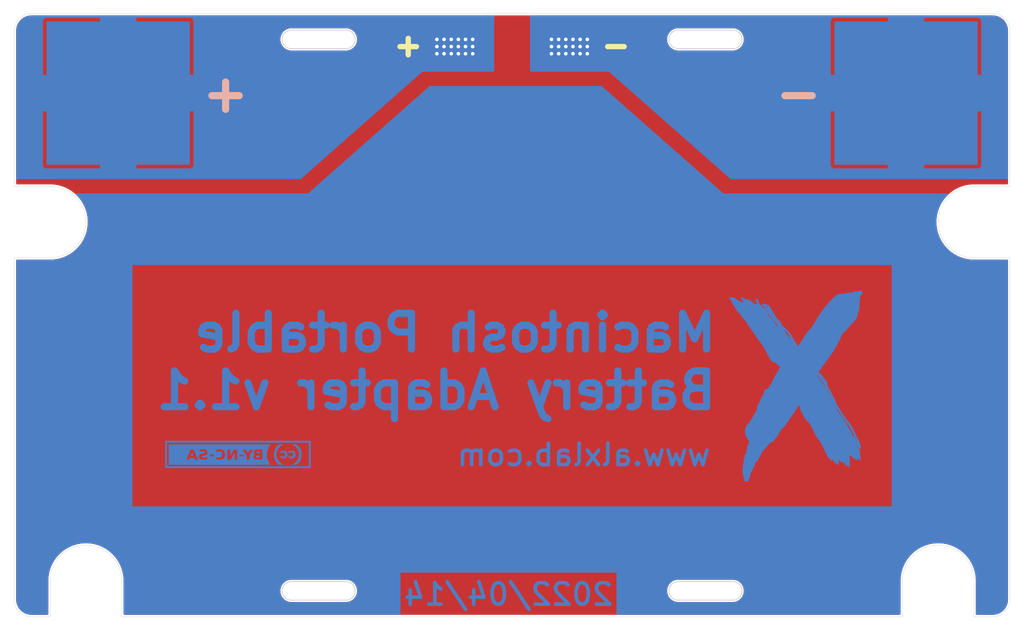
<source format=kicad_pcb>
(kicad_pcb (version 20211014) (generator pcbnew)
  (layers (0 "F.Cu" signal) (31 "B.Cu" signal) (34 "B.Paste" user) (35 "F.Paste" user) (36 "B.SilkS" user "B.Silkscreen") (37 "F.SilkS" user "F.Silkscreen") (38 "B.Mask" user) (39 "F.Mask" user) (44 "Edge.Cuts" user))
  (net 0 "")
  (net 1 "Net-(BT1-Pad2)")
  (net 2 "Net-(BT1-Pad1)")
  (footprint "project:Macintosh_Portable_Battery_Wire_Pads" (layer "F.Cu") (at 139.5 64)
    (fp_text reference "J1" hide)
    (fp_text value "Conn_01x02_Female")
  )
  (footprint "project:Macintosh_Portable_Battery_Contacts" (layer "F.Cu") (at 139.5 62)
    (fp_text reference "BT1" hide)
    (fp_text value "Macintosh_Portable_Battery")
  )
  (footprint "project:Macintosh_Portable_Battery_Case_Hole" (layer "F.Cu") (at 166.5 64.5)
    (fp_text reference "A2" hide)
    (fp_text value "Macintosh_Portable_Battery_Case_Hole")
    (fp_line (start -3.8 -1.3) (end 3.8 -1.3) (layer "Edge.Cuts") (width 0.12))
    (fp_line (start 3.8 1.3) (end -3.8 1.3) (layer "Edge.Cuts") (width 0.12))
    (fp_arc (start -3.8 1.3) (mid -5.1 0) (end -3.8 -1.3) (layer "Edge.Cuts") (width 0.12))
    (fp_arc (start 3.8 -1.3) (mid 5.1 0) (end 3.8 1.3) (layer "Edge.Cuts") (width 0.12))
  )
  (footprint "project:Macintosh_Portable_Battery_Case_Hole" (layer "F.Cu") (at 112.5 64.5)
    (fp_text reference "A1" hide)
    (fp_text value "Macintosh_Portable_Battery_Case_Hole")
    (fp_line (start 3.8 1.3) (end -3.8 1.3) (layer "Edge.Cuts") (width 0.12))
    (fp_line (start -3.8 -1.3) (end 3.8 -1.3) (layer "Edge.Cuts") (width 0.12))
    (fp_arc (start -3.8 1.3) (mid -5.1 0) (end -3.8 -1.3) (layer "Edge.Cuts") (width 0.12))
    (fp_arc (start 3.8 -1.3) (mid 5.1 0) (end 3.8 1.3) (layer "Edge.Cuts") (width 0.12))
  )
  (footprint "project:Macintosh_Portable_Battery_Case_Hole" (layer "F.Cu") (at 112.5 141.5)
    (fp_text reference "A3" hide)
    (fp_text value "Macintosh_Portable_Battery_Case_Hole")
    (fp_line (start -3.8 -1.3) (end 3.8 -1.3) (layer "Edge.Cuts") (width 0.12))
    (fp_line (start 3.8 1.3) (end -3.8 1.3) (layer "Edge.Cuts") (width 0.12))
    (fp_arc (start -3.8 1.3) (mid -5.1 0) (end -3.8 -1.3) (layer "Edge.Cuts") (width 0.12))
    (fp_arc (start 3.8 -1.3) (mid 5.1 0) (end 3.8 1.3) (layer "Edge.Cuts") (width 0.12))
  )
  (footprint "project:Macintosh_Portable_Battery_Case_Hole" (layer "F.Cu") (at 166.5 141.5)
    (fp_text reference "A4" hide)
    (fp_text value "Macintosh_Portable_Battery_Case_Hole")
    (fp_line (start 3.8 1.3) (end -3.8 1.3) (layer "Edge.Cuts") (width 0.12))
    (fp_line (start -3.8 -1.3) (end 3.8 -1.3) (layer "Edge.Cuts") (width 0.12))
    (fp_arc (start 3.8 -1.3) (mid 5.1 0) (end 3.8 1.3) (layer "Edge.Cuts") (width 0.12))
    (fp_arc (start -3.8 1.3) (mid -5.1 0) (end -3.8 -1.3) (layer "Edge.Cuts") (width 0.12))
  )
  (footprint "project:cc_by_nc_sa_small_front_20mm_copper_mask" (layer "B.Cu") (at 101.219 122.428 180)
    (fp_text reference "G***" hide)
    (fp_text value "LOGO" hide)
  )
  (footprint "project:logo_front_mask_35mm_copper_mask" (layer "B.Cu") (at 179.451 112.395 180)
    (fp_text reference "G***" hide)
    (fp_text value "LOGO" hide)
  )
  (gr_line (start 70 142.7) (end 70 95) (layer "Edge.Cuts") (width 0.05))
  (gr_line (start 70 85) (end 70 63.297056) (layer "Edge.Cuts") (width 0.05))
  (gr_line (start 209 95) (end 209 142.7) (layer "Edge.Cuts") (width 0.05))
  (gr_line (start 194 145.1) (end 85 145.1) (layer "Edge.Cuts") (width 0.05))
  (gr_line (start 75 145.1) (end 72.4 145.1) (layer "Edge.Cuts") (width 0.05))
  (gr_line (start 204 95) (end 209 95) (layer "Edge.Cuts") (width 0.05))
  (gr_arc (start 204 95) (mid 199 90) (end 204 85) (layer "Edge.Cuts") (width 0.05))
  (gr_line (start 204 140.1) (end 204 145.1) (layer "Edge.Cuts") (width 0.05))
  (gr_arc (start 75 85) (mid 80 90) (end 75 95) (layer "Edge.Cuts") (width 0.05))
  (gr_line (start 204 85) (end 209 85) (layer "Edge.Cuts") (width 0.05))
  (gr_arc (start 206.6 60.897056) (mid 208.297056 61.6) (end 209 63.297056) (layer "Edge.Cuts") (width 0.05))
  (gr_arc (start 70 63.297056) (mid 70.702944 61.6) (end 72.4 60.897056) (layer "Edge.Cuts") (width 0.05))
  (gr_line (start 75 140.1) (end 75 145.1) (layer "Edge.Cuts") (width 0.05))
  (gr_arc (start 72.4 145.1) (mid 70.702944 144.397056) (end 70 142.7) (layer "Edge.Cuts") (width 0.05))
  (gr_line (start 72.4 60.897056) (end 206.6 60.897056) (layer "Edge.Cuts") (width 0.05))
  (gr_line (start 206.6 145.1) (end 204 145.1) (layer "Edge.Cuts") (width 0.05))
  (gr_line (start 85 140.1) (end 85 145.1) (layer "Edge.Cuts") (width 0.05))
  (gr_arc (start 194 140.1) (mid 199 135.1) (end 204 140.1) (layer "Edge.Cuts") (width 0.05))
  (gr_arc (start 75 140.1) (mid 80 135.1) (end 85 140.1) (layer "Edge.Cuts") (width 0.05))
  (gr_line (start 75 85) (end 70 85) (layer "Edge.Cuts") (width 0.05))
  (gr_arc (start 209 142.7) (mid 208.297056 144.397056) (end 206.6 145.1) (layer "Edge.Cuts") (width 0.05))
  (gr_line (start 209 63.297056) (end 209 85) (layer "Edge.Cuts") (width 0.05))
  (gr_line (start 194 140.1) (end 194 145.1) (layer "Edge.Cuts") (width 0.05))
  (gr_line (start 75 95) (end 70 95) (layer "Edge.Cuts") (width 0.05))
  (gr_text "Macintosh Portable\nBattery Adapter v1.1" (at 168.5 109.5) (layer "B.Cu") (effects (font (size 5 5) (thickness 1)) (justify left mirror)))
  (gr_text "www.alxlab.com" (at 149.5 122.5) (layer "B.Cu") (effects (font (size 3 3) (thickness 0.5)) (justify mirror)))
  (gr_text "2022/04/14" (at 139 142) (layer "B.Cu") (effects (font (size 3 3) (thickness 0.5)) (justify mirror)))
  (gr_text "+" (at 125 65.3) (layer "F.SilkS") (effects (font (size 3 3) (thickness 0.75)) (justify mirror)))
  (gr_text "-" (at 154 65.3) (layer "F.SilkS") (effects (font (size 3 3) (thickness 0.75)) (justify mirror)))
  (via (at 147 65.5) (size 0.8) (drill 0.5) (layers "F.Cu" "B.Cu") (net 1))
  (via (at 150 66.5) (size 0.8) (drill 0.5) (layers "F.Cu" "B.Cu") (net 1))
  (via (at 147 64.5) (size 0.8) (drill 0.5) (layers "F.Cu" "B.Cu") (net 1))
  (via (at 150 64.5) (size 0.8) (drill 0.5) (layers "F.Cu" "B.Cu") (net 1))
  (via (at 146 66.5) (size 0.8) (drill 0.5) (layers "F.Cu" "B.Cu") (net 1))
  (via (at 145 64.5) (size 0.8) (drill 0.5) (layers "F.Cu" "B.Cu") (net 1))
  (via (at 145 66.5) (size 0.8) (drill 0.5) (layers "F.Cu" "B.Cu") (net 1))
  (via (at 145 65.5) (size 0.8) (drill 0.5) (layers "F.Cu" "B.Cu") (net 1))
  (via (at 148 65.5) (size 0.8) (drill 0.5) (layers "F.Cu" "B.Cu") (net 1))
  (via (at 149 64.5) (size 0.8) (drill 0.5) (layers "F.Cu" "B.Cu") (net 1))
  (via (at 149 66.5) (size 0.8) (drill 0.5) (layers "F.Cu" "B.Cu") (net 1))
  (via (at 149 65.5) (size 0.8) (drill 0.5) (layers "F.Cu" "B.Cu") (net 1))
  (via (at 148 64.5) (size 0.8) (drill 0.5) (layers "F.Cu" "B.Cu") (net 1))
  (via (at 148 66.5) (size 0.8) (drill 0.5) (layers "F.Cu" "B.Cu") (net 1))
  (via (at 146 65.5) (size 0.8) (drill 0.5) (layers "F.Cu" "B.Cu") (net 1))
  (via (at 146 64.5) (size 0.8) (drill 0.5) (layers "F.Cu" "B.Cu") (net 1))
  (via (at 150 65.5) (size 0.8) (drill 0.5) (layers "F.Cu" "B.Cu") (net 1))
  (via (at 147 66.5) (size 0.8) (drill 0.5) (layers "F.Cu" "B.Cu") (net 1))
  (via (at 132 65.5) (size 0.8) (drill 0.5) (layers "F.Cu" "B.Cu") (net 2))
  (via (at 133 64.5) (size 0.8) (drill 0.5) (layers "F.Cu" "B.Cu") (net 2))
  (via (at 129 64.5) (size 0.8) (drill 0.5) (layers "F.Cu" "B.Cu") (net 2))
  (via (at 130 64.5) (size 0.8) (drill 0.5) (layers "F.Cu" "B.Cu") (net 2))
  (via (at 129 65.5) (size 0.8) (drill 0.5) (layers "F.Cu" "B.Cu") (net 2))
  (via (at 131 66.5) (size 0.8) (drill 0.5) (layers "F.Cu" "B.Cu") (net 2))
  (via (at 134 65.5) (size 0.8) (drill 0.5) (layers "F.Cu" "B.Cu") (net 2))
  (via (at 134 64.5) (size 0.8) (drill 0.5) (layers "F.Cu" "B.Cu") (net 2))
  (via (at 132 64.5) (size 0.8) (drill 0.5) (layers "F.Cu" "B.Cu") (net 2))
  (via (at 134 66.5) (size 0.8) (drill 0.5) (layers "F.Cu" "B.Cu") (net 2))
  (via (at 131 64.5) (size 0.8) (drill 0.5) (layers "F.Cu" "B.Cu") (net 2))
  (via (at 133 65.5) (size 0.8) (drill 0.5) (layers "F.Cu" "B.Cu") (net 2))
  (via (at 131 65.5) (size 0.8) (drill 0.5) (layers "F.Cu" "B.Cu") (net 2))
  (via (at 130 65.5) (size 0.8) (drill 0.5) (layers "F.Cu" "B.Cu") (net 2))
  (via (at 129 66.5) (size 0.8) (drill 0.5) (layers "F.Cu" "B.Cu") (net 2))
  (via (at 133 66.5) (size 0.8) (drill 0.5) (layers "F.Cu" "B.Cu") (net 2))
  (via (at 130 66.5) (size 0.8) (drill 0.5) (layers "F.Cu" "B.Cu") (net 2))
  (via (at 132 66.5) (size 0.8) (drill 0.5) (layers "F.Cu" "B.Cu") (net 2))
  (zone (net 0) (net_name "") (layer "F.Cu") (connect_pads (clearance 0.254)) (min_thickness 0.254) (fill yes (thermal_gap 0.508) (thermal_bridge_width 0.508))
    (polygon (pts (xy 211 147) (xy 68 147) (xy 68 59) (xy 211 59)))
  )
  (zone (net 0) (net_name "") (layer "B.Cu") (connect_pads (clearance 0)) (min_thickness 0.254)
    (keepout (tracks allowed) (vias allowed) (pads allowed) (copperpour not_allowed) (footprints allowed))
    (fill (thermal_gap 0.508) (thermal_bridge_width 0.508))
    (polygon (pts (xy 192.5 96) (xy 192.5 129.7) (xy 86.5 129.7) (xy 86.5 96)))
  )
  (zone (net 2) (net_name "Net-(BT1-Pad1)") (layer "B.Cu") (connect_pads (clearance 0.254)) (min_thickness 0.254) (fill yes (thermal_gap 0.508) (thermal_bridge_width 5.08))
    (polygon (pts (xy 137 69) (xy 127 69) (xy 110 84) (xy 69 84) (xy 69 60) (xy 137 60)))
  )
  (zone (net 1) (net_name "Net-(BT1-Pad2)") (layer "B.Cu") (connect_pads (clearance 0.254)) (min_thickness 0.254) (fill yes (thermal_gap 0.508) (thermal_bridge_width 5.08))
    (polygon (pts (xy 210 84) (xy 170 84) (xy 153 69) (xy 142 69) (xy 142 60) (xy 210 60)))
  )
  (zone (net 0) (net_name "") (layer "B.Cu") (connect_pads (clearance 0.254)) (min_thickness 0.254) (fill yes (thermal_gap 0.508) (thermal_bridge_width 0.508))
    (polygon (pts (xy 169 86) (xy 210 86) (xy 210 146) (xy 69 146) (xy 69 86) (xy 111 86) (xy 128 71) (xy 152 71)))
  )
)
</source>
